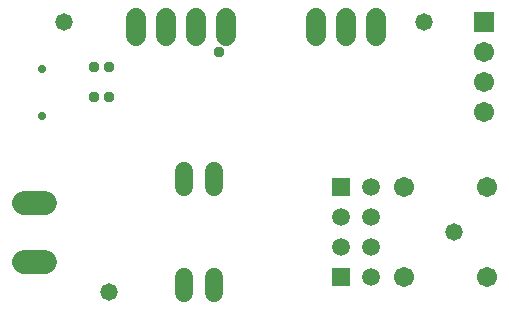
<source format=gbr>
G04 EAGLE Gerber RS-274X export*
G75*
%MOMM*%
%FSLAX34Y34*%
%LPD*%
%INSoldermask Bottom*%
%IPPOS*%
%AMOC8*
5,1,8,0,0,1.08239X$1,22.5*%
G01*
%ADD10C,1.473200*%
%ADD11R,1.511200X1.511200*%
%ADD12C,1.511200*%
%ADD13C,1.727200*%
%ADD14C,1.524000*%
%ADD15R,1.711200X1.711200*%
%ADD16C,1.711200*%
%ADD17C,1.993900*%
%ADD18C,0.703200*%
%ADD19C,0.959600*%


D10*
X63500Y254000D03*
X101600Y25400D03*
X393700Y76200D03*
X368300Y254000D03*
D11*
X297675Y37950D03*
X297675Y114150D03*
D12*
X297675Y63350D03*
X297675Y88750D03*
X323075Y88750D03*
X323075Y63350D03*
X323075Y37950D03*
X323075Y114150D03*
D13*
X276860Y242570D02*
X276860Y257810D01*
X302260Y257810D02*
X302260Y242570D01*
X327660Y242570D02*
X327660Y257810D01*
D14*
X165100Y38100D02*
X165100Y24892D01*
X190500Y24892D02*
X190500Y38100D01*
X190500Y114300D02*
X190500Y127508D01*
X165100Y127508D02*
X165100Y114300D01*
D15*
X419100Y254000D03*
D16*
X419100Y228600D03*
X419100Y203200D03*
X419100Y177800D03*
X421160Y38100D03*
X351160Y38100D03*
X351000Y114300D03*
X421000Y114300D03*
D17*
X47054Y51200D02*
X29147Y51200D01*
X29147Y101200D02*
X47054Y101200D01*
D13*
X124460Y242570D02*
X124460Y257810D01*
X149860Y257810D02*
X149860Y242570D01*
X175260Y242570D02*
X175260Y257810D01*
X200660Y257810D02*
X200660Y242570D01*
D18*
X44070Y174310D03*
X44070Y214310D03*
D19*
X88900Y215900D03*
X101600Y215900D03*
X88900Y190500D03*
X101600Y190500D03*
X194028Y228600D03*
M02*

</source>
